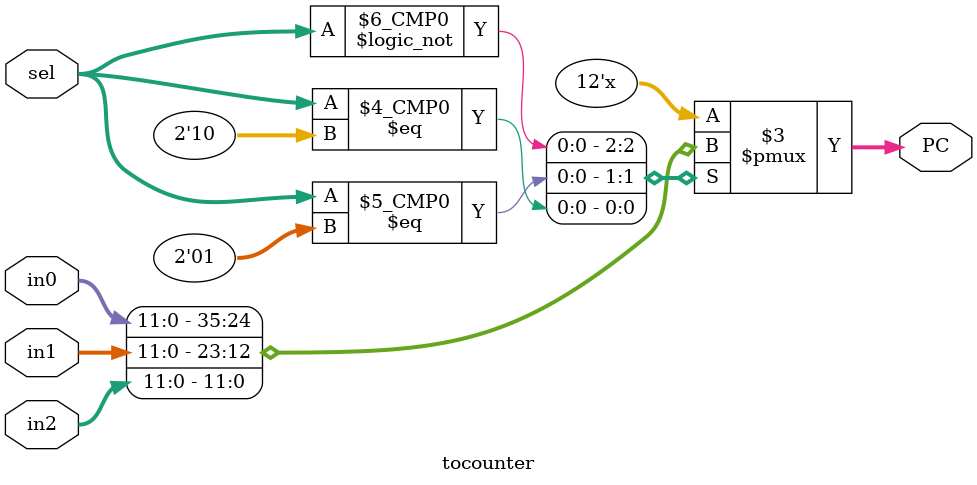
<source format=v>
`timescale 1ns / 1ps


module tocounter(input [1:0] sel,
input [11:0] in0,
input [11:0] in1,
input [11:0] in2,
output reg [11:0] PC);


always @(sel) begin
    case(sel)
        2'b00: PC=in0[11:0];
        2'b01: PC=in1[11:0];
        2'b10: PC=in2[11:0];
 endcase
end
endmodule

</source>
